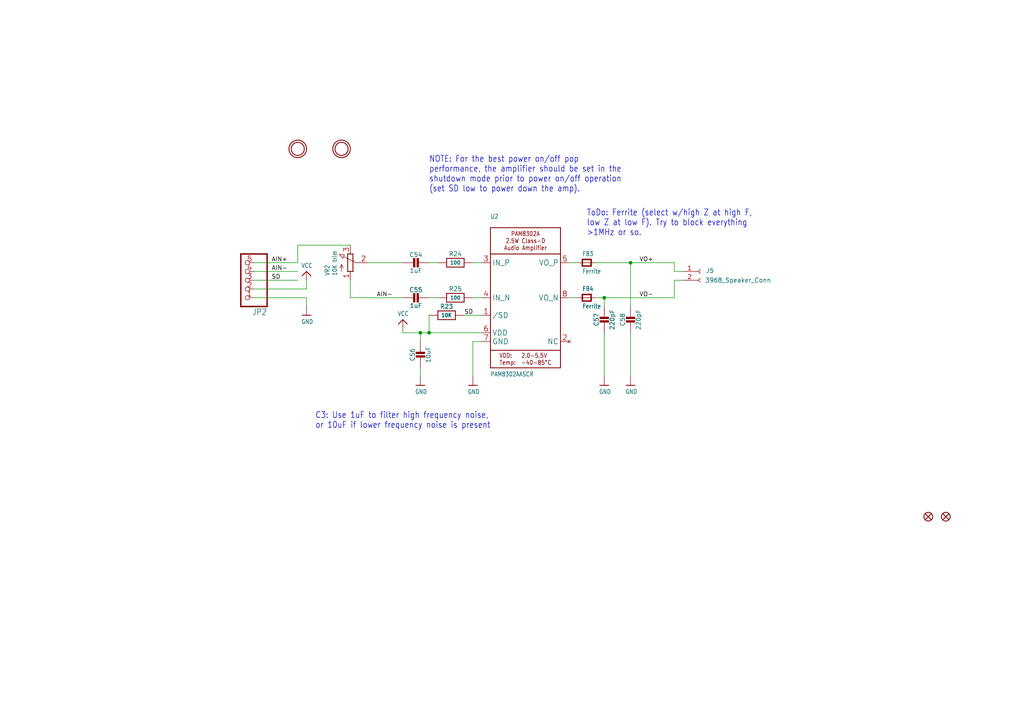
<source format=kicad_sch>
(kicad_sch (version 20250114) (generator "eeschema") (generator_version "9.0")
  (paper "A4")
  (lib_symbols
    (symbol "Adafruit PAM8302-eagle-import:AUDIOAMP_PAM8302A"
      (property "Reference" "U" (at -10.16 22.86 0))
      (symbol "AUDIOAMP_PAM8302A_1_0"
        (polyline (pts (xy -10.16 20.32) (xy 10.16 20.32)) (stroke (width 0.254)))
        (polyline (pts (xy -10.16 12.7) (xy -10.16 20.32)) (stroke (width 0.254)))
        (polyline (pts (xy -10.16 12.7) (xy 10.16 12.7)) (stroke (width 0.254)))
        (polyline (pts (xy -10.16 -15.24) (xy -10.16 12.7)) (stroke (width 0.254)))
        (polyline (pts (xy -10.16 -15.24) (xy -10.16 -20.32)) (stroke (width 0.254)))
        (polyline (pts (xy -10.16 -20.32) (xy 10.16 -20.32)) (stroke (width 0.254)))
        (polyline (pts (xy 10.16 20.32) (xy 10.16 12.7)) (stroke (width 0.254)))
        (polyline (pts (xy 10.16 12.7) (xy 10.16 -15.24)) (stroke (width 0.254)))
        (polyline (pts (xy 10.16 -15.24) (xy -10.16 -15.24)) (stroke (width 0.254)))
        (polyline (pts (xy 10.16 -20.32) (xy 10.16 -15.24)) (stroke (width 0.254)))
        (text "VDD:\nTemp:" (at -7.62 -17.78 0) (effects (font (size 1.27 1.0795)) (justify left)))
        (text "2.0-5.5V\n-40-85°C" (at -1.27 -17.78 0) (effects (font (size 1.27 1.0795)) (justify left)))
        (text "PAM8302A\n2.5W Class-D\nAudio Amplifier" (at 0 16.51 0) (effects (font (size 1.27 1.0795))))
        (pin input line (at -12.7 10.16 0) (length 2.54) (name "IN_P") (number "3"))
        (pin input line (at -12.7 0 0) (length 2.54) (name "IN_N") (number "4"))
        (pin input line (at -12.7 -5.08 0) (length 2.54) (name "/SD") (number "1"))
        (pin power_in line (at -12.7 -10.16 0) (length 2.54) (name "VDD") (number "6"))
        (pin power_in line (at -12.7 -12.7 0) (length 2.54) (name "GND") (number "7"))
        (pin output line (at 12.7 10.16 180) (length 2.54) (name "VO_P") (number "5"))
        (pin output line (at 12.7 0 180) (length 2.54) (name "VO_N") (number "8"))
        (pin no_connect line (at 12.7 -12.7 180) (length 2.54) (name "NC") (number "2"))
      )
    )
    (symbol "Adafruit PAM8302-eagle-import:CAP_CERAMIC0805-NOOUTLINE"
      (property "Reference" "C" (at -2.29 1.25 90))
      (symbol "CAP_CERAMIC0805-NOOUTLINE_1_0"
        (rectangle (start -1.27 1.524) (end 1.27 2.032) (fill (type outline)))
        (rectangle (start -1.27 0.508) (end 1.27 1.016) (fill (type outline)))
        (polyline (pts (xy 0 2.54) (xy 0 1.778)) (stroke (width 0.1524)))
        (polyline (pts (xy 0 0.762) (xy 0 0)) (stroke (width 0.1524)))
        (pin passive line (at 0 5.08 270) (length 2.54) (name "1") (number "1"))
        (pin passive line (at 0 -2.54 90) (length 2.54) (name "2") (number "2"))
      )
    )
    (symbol "Adafruit PAM8302-eagle-import:FERRITE_0805"
      (property "Reference" "FB" (at -1.27 1.905 0))
      (symbol "FERRITE_0805_1_0"
        (polyline (pts (xy -1.27 0.9525) (xy 1.27 0.9525)) (stroke (width 0.4064)))
        (polyline (pts (xy -1.27 -0.9525) (xy -1.27 0.9525)) (stroke (width 0.4064)))
        (polyline (pts (xy 1.27 0.9525) (xy 1.27 -0.9525)) (stroke (width 0.4064)))
        (polyline (pts (xy 1.27 -0.9525) (xy -1.27 -0.9525)) (stroke (width 0.4064)))
        (pin passive line (at -2.54 0 0) (length 2.54) (name "P$1") (number "1"))
        (pin passive line (at 2.54 0 180) (length 2.54) (name "P$2") (number "2"))
      )
    )
    (symbol "Adafruit PAM8302-eagle-import:FIDUCIAL{dblquote}{dblquote}"
      (symbol "FIDUCIAL{dblquote}{dblquote}_1_0"
        (polyline (pts (xy -0.762 0.762) (xy 0.762 -0.762)) (stroke (width 0.254)))
        (circle (center 0 0) (radius 1.27) (stroke (width 0.254)))
        (polyline (pts (xy 0.762 0.762) (xy -0.762 -0.762)) (stroke (width 0.254)))
      )
    )
    (symbol "Adafruit PAM8302-eagle-import:GND" (power)
      (symbol "GND_1_0"
        (polyline (pts (xy -1.27 0) (xy 1.27 0)) (stroke (width 0.254)))
        (pin power_in line (at 0 2.54 270) (length 2.54) (name "GND") (number "1"))
      )
    )
    (symbol "Adafruit PAM8302-eagle-import:HEADER-1X570MIL"
      (property "Reference" "JP" (at -6.35 8.255 0))
      (symbol "HEADER-1X570MIL_1_0"
        (polyline (pts (xy -6.35 7.62) (xy -6.35 -7.62)) (stroke (width 0.4064)))
        (polyline (pts (xy -6.35 -7.62) (xy 1.27 -7.62)) (stroke (width 0.4064)))
        (polyline (pts (xy 1.27 7.62) (xy -6.35 7.62)) (stroke (width 0.4064)))
        (polyline (pts (xy 1.27 -7.62) (xy 1.27 7.62)) (stroke (width 0.4064)))
        (pin passive inverted (at -2.54 5.08 0) (length 2.54) (name "1") (number "1"))
        (pin passive inverted (at -2.54 2.54 0) (length 2.54) (name "2") (number "2"))
        (pin passive inverted (at -2.54 0 0) (length 2.54) (name "3") (number "3"))
        (pin passive inverted (at -2.54 -2.54 0) (length 2.54) (name "4") (number "4"))
        (pin passive inverted (at -2.54 -5.08 0) (length 2.54) (name "5") (number "5"))
      )
    )
    (symbol "Adafruit PAM8302-eagle-import:MOUNTINGHOLE2.0"
      (symbol "MOUNTINGHOLE2.0_1_0"
        (circle (center 0 0) (radius 1.905) (stroke (width 0.254)))
        (circle (center 0 0) (radius 2.54) (stroke (width 0.254)))
      )
    )
    (symbol "Adafruit PAM8302-eagle-import:RESISTOR0805_NOOUTLINE"
      (property "Reference" "R" (at 0 2.54 0))
      (symbol "RESISTOR0805_NOOUTLINE_1_0"
        (polyline (pts (xy -2.54 1.27) (xy 2.54 1.27)) (stroke (width 0.254)))
        (polyline (pts (xy -2.54 -1.27) (xy -2.54 1.27)) (stroke (width 0.254)))
        (polyline (pts (xy 2.54 1.27) (xy 2.54 -1.27)) (stroke (width 0.254)))
        (polyline (pts (xy 2.54 -1.27) (xy -2.54 -1.27)) (stroke (width 0.254)))
        (pin passive line (at -5.08 0 0) (length 2.54) (name "1") (number "1"))
        (pin passive line (at 5.08 0 180) (length 2.54) (name "2") (number "2"))
      )
    )
    (symbol "Adafruit PAM8302-eagle-import:TRIMPOT3303W/X"
      (property "Reference" "VR" (at -5.969 -3.81 90))
      (symbol "TRIMPOT3303W/X_1_0"
        (polyline (pts (xy -3.1989 2.4495) (xy -1.7018 2.2352)) (stroke (width 0.1524)))
        (polyline (pts (xy -2.54 -0.508) (xy -3.048 -1.524)) (stroke (width 0.1524)))
        (polyline (pts (xy -2.54 -0.508) (xy -2.032 -1.524)) (stroke (width 0.1524)))
        (polyline (pts (xy -2.54 -2.54) (xy -2.54 -0.508)) (stroke (width 0.1524)))
        (polyline (pts (xy -2.1597 1.2939) (xy -3.1989 2.4495)) (stroke (width 0.1524)))
        (polyline (pts (xy -2.1597 1.2939) (xy -1.7018 2.2352)) (stroke (width 0.1524)))
        (polyline (pts (xy -0.762 2.54) (xy -0.762 -2.54)) (stroke (width 0.254)))
        (polyline (pts (xy -0.762 -2.54) (xy 0.762 -2.54)) (stroke (width 0.254)))
        (polyline (pts (xy 0.762 2.54) (xy -0.762 2.54)) (stroke (width 0.254)))
        (polyline (pts (xy 0.762 -2.54) (xy 0.762 2.54)) (stroke (width 0.254)))
        (polyline (pts (xy 1.651 0) (xy -1.8796 1.7526)) (stroke (width 0.1524)))
        (polyline (pts (xy 2.54 0) (xy 1.651 0)) (stroke (width 0.1524)))
        (pin passive line (at 0 5.08 270) (length 2.54) (name "E") (number "3"))
        (pin passive line (at 0 -5.08 90) (length 2.54) (name "A") (number "1"))
        (pin passive line (at 5.08 0 180) (length 2.54) (name "S") (number "2"))
      )
    )
    (symbol "Adafruit PAM8302-eagle-import:VCC" (power)
      (symbol "VCC_1_0"
        (polyline (pts (xy -1.27 -1.27) (xy 0 0)) (stroke (width 0.254)))
        (polyline (pts (xy 0 0) (xy 1.27 -1.27)) (stroke (width 0.254)))
        (pin power_in line (at 0 -2.54 90) (length 2.54) (name "VCC") (number "1"))
      )
    )
    (symbol "Connector:Conn_01x02_Socket" (pin_names (offset 1.016) (hide yes))
      (property "Reference" "J" (at 0 2.54 0))
      (property "Value" "Conn_01x02_Socket" (at 0 -5.08 0))
      (symbol "Conn_01x02_Socket_1_1"
        (polyline (pts (xy -1.27 0) (xy -0.508 0)) (stroke (width 0.1524)))
        (polyline (pts (xy -1.27 -2.54) (xy -0.508 -2.54)) (stroke (width 0.1524)))
        (arc (start 0 -0.508) (mid -0.5058 0) (end 0 0.508) (stroke (width 0.1524)))
        (arc (start 0 -3.048) (mid -0.5058 -2.54) (end 0 -2.032) (stroke (width 0.1524)))
        (pin passive line (at -5.08 0 0) (length 3.81) (name "Pin_1") (number "1"))
        (pin passive line (at -5.08 -2.54 0) (length 3.81) (name "Pin_2") (number "2"))
      )
    )
  )
  (text "C3: Use 1uF to filter high frequency noise,\nor 10uF if lower frequency noise is present" (at 91.44 124.46 0) (effects (font (size 1.778 1.5113)) (justify left bottom)))
  (text "ToDo: Ferrite (select w/high Z at high F,\nlow Z at low F). Try to block everything\n>1MHz or so." (at 170.18 68.58 0) (effects (font (size 1.778 1.5113)) (justify left bottom)))
  (text "NOTE: For the best power on/off pop\nperformance, the amplifier should be set in the\nshutdown mode prior to power on/off operation\n(set SD low to power down the amp)." (at 124.46 55.88 0) (effects (font (size 1.778 1.5113)) (justify left bottom)))
  (junction (at 121.92 96.52))
  (junction (at 124.46 96.52))
  (junction (at 175.26 86.36))
  (junction (at 182.88 76.2))
  (wire (pts (xy 73.66 83.82) (xy 88.9 83.82)) (stroke (width 0.1524)))
  (wire (pts (xy 116.84 86.36) (xy 101.6 86.36)) (stroke (width 0.1524)))
  (wire (pts (xy 195.58 78.74) (xy 195.58 76.2)) (stroke (width 0.1524)))
  (wire (pts (xy 121.92 96.52) (xy 121.92 99.06)) (stroke (width 0.1524)))
  (wire (pts (xy 195.58 81.28) (xy 195.58 86.36)) (stroke (width 0.1524)))
  (wire (pts (xy 175.26 86.36) (xy 175.26 88.9)) (stroke (width 0.1524)))
  (wire (pts (xy 139.7 96.52) (xy 124.46 96.52)) (stroke (width 0.1524)))
  (wire (pts (xy 106.68 76.2) (xy 116.84 76.2)) (stroke (width 0.1524)))
  (wire (pts (xy 139.7 91.44) (xy 134.62 91.44)) (stroke (width 0.1524)))
  (wire (pts (xy 124.46 96.52) (xy 121.92 96.52)) (stroke (width 0.1524)))
  (wire (pts (xy 175.26 86.36) (xy 195.58 86.36)) (stroke (width 0.1524)))
  (wire (pts (xy 198.12 78.74) (xy 195.58 78.74)) (stroke (width 0.1524)))
  (wire (pts (xy 86.36 81.28) (xy 73.66 81.28)) (stroke (width 0.1524)))
  (wire (pts (xy 101.6 86.36) (xy 101.6 81.28)) (stroke (width 0.1524)))
  (wire (pts (xy 175.26 96.52) (xy 175.26 109.22)) (stroke (width 0.1524)))
  (wire (pts (xy 139.7 76.2) (xy 137.16 76.2)) (stroke (width 0.1524)))
  (wire (pts (xy 182.88 76.2) (xy 195.58 76.2)) (stroke (width 0.1524)))
  (wire (pts (xy 116.84 96.52) (xy 116.84 95.25)) (stroke (width 0.1524)))
  (wire (pts (xy 198.12 81.28) (xy 195.58 81.28)) (stroke (width 0.1524)))
  (wire (pts (xy 127 86.36) (xy 124.46 86.36)) (stroke (width 0.1524)))
  (wire (pts (xy 116.84 96.52) (xy 121.92 96.52)) (stroke (width 0.1524)))
  (wire (pts (xy 73.66 86.36) (xy 88.9 86.36)) (stroke (width 0.1524)))
  (wire (pts (xy 137.16 99.06) (xy 137.16 109.22)) (stroke (width 0.1524)))
  (wire (pts (xy 86.36 78.74) (xy 73.66 78.74)) (stroke (width 0.1524)))
  (wire (pts (xy 121.92 106.68) (xy 121.92 109.22)) (stroke (width 0.1524)))
  (wire (pts (xy 86.36 76.2) (xy 86.36 71.12)) (stroke (width 0.1524)))
  (wire (pts (xy 172.72 76.2) (xy 182.88 76.2)) (stroke (width 0.1524)))
  (wire (pts (xy 172.72 86.36) (xy 175.26 86.36)) (stroke (width 0.1524)))
  (wire (pts (xy 86.36 76.2) (xy 73.66 76.2)) (stroke (width 0.1524)))
  (wire (pts (xy 165.1 86.36) (xy 167.64 86.36)) (stroke (width 0.1524)))
  (wire (pts (xy 182.88 76.2) (xy 182.88 88.9)) (stroke (width 0.1524)))
  (wire (pts (xy 182.88 96.52) (xy 182.88 109.22)) (stroke (width 0.1524)))
  (wire (pts (xy 165.1 76.2) (xy 167.64 76.2)) (stroke (width 0.1524)))
  (wire (pts (xy 88.9 83.82) (xy 88.9 81.28)) (stroke (width 0.1524)))
  (wire (pts (xy 88.9 86.36) (xy 88.9 88.9)) (stroke (width 0.1524)))
  (wire (pts (xy 124.46 76.2) (xy 127 76.2)) (stroke (width 0.1524)))
  (wire (pts (xy 124.46 91.44) (xy 124.46 96.52)) (stroke (width 0.1524)))
  (wire (pts (xy 139.7 86.36) (xy 137.16 86.36)) (stroke (width 0.1524)))
  (wire (pts (xy 86.36 71.12) (xy 101.6 71.12)) (stroke (width 0.1524)))
  (wire (pts (xy 139.7 99.06) (xy 137.16 99.06)) (stroke (width 0.1524)))
  (label "VO+" (at 185.42 76.2 0) (effects (font (size 1.2446 1.2446))))
  (label "SD" (at 78.74 81.28 0) (effects (font (size 1.2446 1.2446))))
  (label "AIN-" (at 78.74 78.74 0) (effects (font (size 1.2446 1.2446))))
  (label "VO-" (at 185.42 86.36 0) (effects (font (size 1.2446 1.2446))))
  (label "SD" (at 134.62 91.44 0) (effects (font (size 1.2446 1.2446))))
  (label "AIN-" (at 109.22 86.36 0) (effects (font (size 1.2446 1.2446))))
  (label "AIN+" (at 78.74 76.2 0) (effects (font (size 1.2446 1.2446))))
  (symbol (lib_id "Adafruit PAM8302-eagle-import:GND") (at 88.9 91.44 0) (unit 1)
    (property "Reference" "#U$03" (effects (hide yes)))
    (property "Value" "GND" (at 87.376 93.98 0) (effects (font (size 1.27 1.0795)) (justify left bottom)))
    (instances (project "PS-ChargerInterfacePCB" (path "" (reference "#U$03") (unit 1)) (path "" (reference "#U$9") (unit 1))))
  )
  (symbol (lib_id "Adafruit PAM8302-eagle-import:MOUNTINGHOLE2.0") (at 86.36 43.18 0) (unit 1)
    (property "Reference" "U$1" (effects (hide yes)))
    (property "Value" "MOUNTINGHOLE2.0" (effects (hide yes)))
    (property "Footprint" "Adafruit PAM8302:MOUNTINGHOLE_2.0_PLATED" (effects (hide yes)))
    (instances (project "PS-ChargerInterfacePCB" (path "" (reference "U$1") (unit 1)) (path "" (reference "U$11") (unit 1))))
  )
  (symbol (lib_id "Connector:Conn_01x02_Socket") (at 203.2 78.74 0) (unit 1)
    (property "Reference" "J5" (at 204.724 78.486 0) (effects (justify left)))
    (property "Value" "3968_Speaker_Conn" (at 204.47 81.2799 0) (effects (justify left)))
    (property "Description" "Generic connector, single row, 01x02, script generated" (effects (hide yes)))
  )
  (symbol (lib_id "Adafruit PAM8302-eagle-import:AUDIOAMP_PAM8302A") (at 152.4 86.36 0) (unit 1)
    (property "Reference" "U2" (at 142.24 63.5 0) (effects (font (size 1.27 1.0795)) (justify left bottom)))
    (property "Value" "PAM8302AASCR" (at 142.24 109.22 0) (effects (font (size 1.27 1.0795)) (justify left bottom)))
    (property "Footprint" "Adafruit PAM8302:MSOP8_0.65MM" (effects (hide yes)))
    (instances (project "PS-ChargerInterfacePCB" (path "" (reference "U2") (unit 1)) (path "" (reference "U1") (unit 1))))
  )
  (symbol (lib_id "Adafruit PAM8302-eagle-import:GND") (at 175.26 111.76 0) (unit 1)
    (property "Reference" "#U$06" (effects (hide yes)))
    (property "Value" "GND" (at 173.736 114.3 0) (effects (font (size 1.27 1.0795)) (justify left bottom)))
    (instances (project "PS-ChargerInterfacePCB" (path "" (reference "#U$06") (unit 1)) (path "" (reference "#U$7") (unit 1))))
  )
  (symbol (lib_id "Adafruit PAM8302-eagle-import:VCC") (at 116.84 92.71 0) (unit 1)
    (property "Reference" "#P+04" (effects (hide yes)))
    (property "Value" "VCC" (at 115.316 91.694 0) (effects (font (size 1.27 1.0795)) (justify left bottom)))
    (instances (project "PS-ChargerInterfacePCB" (path "" (reference "#P+04") (unit 1)) (path "" (reference "#P+1") (unit 1))))
  )
  (symbol (lib_id "Adafruit PAM8302-eagle-import:GND") (at 137.16 111.76 0) (unit 1)
    (property "Reference" "#U$05" (effects (hide yes)))
    (property "Value" "GND" (at 135.636 114.3 0) (effects (font (size 1.27 1.0795)) (justify left bottom)))
    (instances (project "PS-ChargerInterfacePCB" (path "" (reference "#U$05") (unit 1)) (path "" (reference "#U$2") (unit 1))))
  )
  (symbol (lib_id "Adafruit PAM8302-eagle-import:CAP_CERAMIC0805-NOOUTLINE") (at 182.88 93.98 0) (unit 1)
    (property "Reference" "C58" (at 180.59 92.73 90))
    (property "Value" "220pF" (at 185.18 92.73 90))
    (property "Footprint" "Adafruit PAM8302:0805-NO" (effects (hide yes)))
    (instances (project "PS-ChargerInterfacePCB" (path "" (reference "C58") (unit 1)) (path "" (reference "C38") (unit 1))))
  )
  (symbol (lib_id "Adafruit PAM8302-eagle-import:CAP_CERAMIC0805-NOOUTLINE") (at 175.26 93.98 0) (unit 1)
    (property "Reference" "C57" (at 172.97 92.73 90))
    (property "Value" "220pF" (at 177.56 92.73 90))
    (property "Footprint" "Adafruit PAM8302:0805-NO" (effects (hide yes)))
    (instances (project "PS-ChargerInterfacePCB" (path "" (reference "C57") (unit 1)) (path "" (reference "C37") (unit 1))))
  )
  (symbol (lib_id "Adafruit PAM8302-eagle-import:CAP_CERAMIC0805-NOOUTLINE") (at 119.38 76.2 270) (unit 1)
    (property "Reference" "C54" (at 120.63 73.91 90))
    (property "Value" "1uF" (at 120.63 78.5 90))
    (property "Footprint" "Adafruit PAM8302:0805-NO" (effects (hide yes)))
    (instances (project "PS-ChargerInterfacePCB" (path "" (reference "C54") (unit 1)) (path "" (reference "C34") (unit 1))))
  )
  (symbol (lib_id "Adafruit PAM8302-eagle-import:FERRITE_0805") (at 170.18 76.2 0) (unit 1)
    (property "Reference" "FB3" (at 168.91 74.295 0) (effects (font (size 1.27 1.0795)) (justify left bottom)))
    (property "Value" "Ferrite" (at 168.91 79.375 0) (effects (font (size 1.27 1.0795)) (justify left bottom)))
    (property "Footprint" "Adafruit PAM8302:_0805" (effects (hide yes)))
    (instances (project "PS-ChargerInterfacePCB" (path "" (reference "FB3") (unit 1)) (path "" (reference "FB1") (unit 1))))
  )
  (symbol (lib_id "Adafruit PAM8302-eagle-import:VCC") (at 88.9 78.74 0) (unit 1)
    (property "Reference" "#P+03" (effects (hide yes)))
    (property "Value" "VCC" (at 87.376 77.724 0) (effects (font (size 1.27 1.0795)) (justify left bottom)))
    (instances (project "PS-ChargerInterfacePCB" (path "" (reference "#P+03") (unit 1)) (path "" (reference "#P+2") (unit 1))))
  )
  (symbol (lib_id "Adafruit PAM8302-eagle-import:GND") (at 182.88 111.76 0) (unit 1)
    (property "Reference" "#U$010" (effects (hide yes)))
    (property "Value" "GND" (at 181.356 114.3 0) (effects (font (size 1.27 1.0795)) (justify left bottom)))
    (instances (project "PS-ChargerInterfacePCB" (path "" (reference "#U$010") (unit 1)) (path "" (reference "#U$8") (unit 1))))
  )
  (symbol (lib_id "Adafruit PAM8302-eagle-import:RESISTOR0805_NOOUTLINE") (at 132.08 86.36 0) (unit 1)
    (property "Reference" "R25" (at 132.08 83.82 0))
    (property "Value" "100" (at 132.08 86.36 0) (effects (font (size 1.016 1.016) (thickness 0.2032) (bold yes))))
    (property "Footprint" "Adafruit PAM8302:0805-NO" (effects (hide yes)))
    (instances (project "PS-ChargerInterfacePCB" (path "" (reference "R25") (unit 1)) (path "" (reference "R22") (unit 1))))
  )
  (symbol (lib_id "Adafruit PAM8302-eagle-import:CAP_CERAMIC0805-NOOUTLINE") (at 119.38 86.36 270) (unit 1)
    (property "Reference" "C55" (at 120.63 84.07 90))
    (property "Value" "1uF" (at 120.63 88.66 90))
    (property "Footprint" "Adafruit PAM8302:0805-NO" (effects (hide yes)))
    (instances (project "PS-ChargerInterfacePCB" (path "" (reference "C55") (unit 1)) (path "" (reference "C35") (unit 1))))
  )
  (symbol (lib_id "Adafruit PAM8302-eagle-import:HEADER-1X570MIL") (at 71.12 81.28 180) (unit 1)
    (property "Reference" "JP2" (at 77.47 89.535 0) (effects (font (size 1.778 1.5113)) (justify left bottom)))
    (property "Value" "HEADER-1X570MIL" (effects (hide yes)))
    (property "Footprint" "Adafruit PAM8302:1X05_ROUND_70" (effects (hide yes)))
    (instances (project "PS-ChargerInterfacePCB" (path "" (reference "JP2") (unit 1)) (path "" (reference "JP1") (unit 1))))
  )
  (symbol (lib_id "Adafruit PAM8302-eagle-import:RESISTOR0805_NOOUTLINE") (at 129.54 91.44 0) (unit 1)
    (property "Reference" "R23" (at 129.54 88.9 0))
    (property "Value" "10K" (at 129.54 91.44 0) (effects (font (size 1.016 1.016) (thickness 0.2032) (bold yes))))
    (property "Footprint" "Adafruit PAM8302:0805-NO" (effects (hide yes)))
    (instances (project "PS-ChargerInterfacePCB" (path "" (reference "R23") (unit 1)) (path "" (reference "R20") (unit 1))))
  )
  (symbol (lib_id "Adafruit PAM8302-eagle-import:FERRITE_0805") (at 170.18 86.36 0) (unit 1)
    (property "Reference" "FB4" (at 168.91 84.455 0) (effects (font (size 1.27 1.0795)) (justify left bottom)))
    (property "Value" "Ferrite" (at 168.91 89.535 0) (effects (font (size 1.27 1.0795)) (justify left bottom)))
    (property "Footprint" "Adafruit PAM8302:_0805" (effects (hide yes)))
    (instances (project "PS-ChargerInterfacePCB" (path "" (reference "FB4") (unit 1)) (path "" (reference "FB2") (unit 1))))
  )
  (symbol (lib_id "Adafruit PAM8302-eagle-import:MOUNTINGHOLE2.0") (at 99.06 43.18 0) (unit 1)
    (property "Reference" "U$2" (effects (hide yes)))
    (property "Value" "MOUNTINGHOLE2.0" (effects (hide yes)))
    (property "Footprint" "Adafruit PAM8302:MOUNTINGHOLE_2.0_PLATED" (effects (hide yes)))
    (instances (project "PS-ChargerInterfacePCB" (path "" (reference "U$2") (unit 1)) (path "" (reference "U$10") (unit 1))))
  )
  (symbol (lib_id "Adafruit PAM8302-eagle-import:TRIMPOT3303W/X") (at 101.6 76.2 0) (unit 1)
    (property "Reference" "VR2" (at 95.631 80.01 90) (effects (font (size 1.27 1.0795)) (justify left bottom)))
    (property "Value" "10K trim" (at 97.79 80.01 90) (effects (font (size 1.27 1.0795)) (justify left bottom)))
    (property "Footprint" "Adafruit PAM8302:TRIMPOT_BOURNS_3303W" (effects (hide yes)))
    (instances (project "PS-ChargerInterfacePCB" (path "" (reference "VR2") (unit 1)) (path "" (reference "VR1") (unit 1))))
  )
  (symbol (lib_id "Adafruit PAM8302-eagle-import:CAP_CERAMIC0805-NOOUTLINE") (at 121.92 104.14 0) (unit 1)
    (property "Reference" "C56" (at 119.63 102.89 90))
    (property "Value" "10uF" (at 124.22 102.89 90))
    (property "Footprint" "Adafruit PAM8302:0805-NO" (effects (hide yes)))
    (instances (project "PS-ChargerInterfacePCB" (path "" (reference "C56") (unit 1)) (path "" (reference "C36") (unit 1))))
  )
  (symbol (lib_id "Adafruit PAM8302-eagle-import:GND") (at 121.92 111.76 0) (unit 1)
    (property "Reference" "#U$04" (effects (hide yes)))
    (property "Value" "GND" (at 120.396 114.3 0) (effects (font (size 1.27 1.0795)) (justify left bottom)))
    (instances (project "PS-ChargerInterfacePCB" (path "" (reference "#U$04") (unit 1)) (path "" (reference "#U$1") (unit 1))))
  )
  (symbol (lib_id "Adafruit PAM8302-eagle-import:FIDUCIAL{dblquote}{dblquote}") (at 274.32 149.86 0) (unit 1)
    (property "Reference" "FID4" (effects (hide yes)))
    (property "Value" "FIDUCIAL{dblquote}{dblquote}" (effects (hide yes)))
    (property "Footprint" "Adafruit PAM8302:FIDUCIAL_1MM" (effects (hide yes)))
    (instances (project "PS-ChargerInterfacePCB" (path "" (reference "FID4") (unit 1)) (path "" (reference "FID1") (unit 1))))
  )
  (symbol (lib_id "Adafruit PAM8302-eagle-import:RESISTOR0805_NOOUTLINE") (at 132.08 76.2 0) (unit 1)
    (property "Reference" "R24" (at 132.08 73.66 0))
    (property "Value" "100" (at 132.08 76.2 0) (effects (font (size 1.016 1.016) (thickness 0.2032) (bold yes))))
    (property "Footprint" "Adafruit PAM8302:0805-NO" (effects (hide yes)))
    (instances (project "PS-ChargerInterfacePCB" (path "" (reference "R24") (unit 1)) (path "" (reference "R21") (unit 1))))
  )
  (symbol (lib_id "Adafruit PAM8302-eagle-import:FIDUCIAL{dblquote}{dblquote}") (at 269.24 149.86 0) (unit 1)
    (property "Reference" "FID3" (effects (hide yes)))
    (property "Value" "FIDUCIAL{dblquote}{dblquote}" (effects (hide yes)))
    (property "Footprint" "Adafruit PAM8302:FIDUCIAL_1MM" (effects (hide yes)))
    (instances (project "PS-ChargerInterfacePCB" (path "" (reference "FID3") (unit 1)) (path "" (reference "FID2") (unit 1))))
  )
)
</source>
